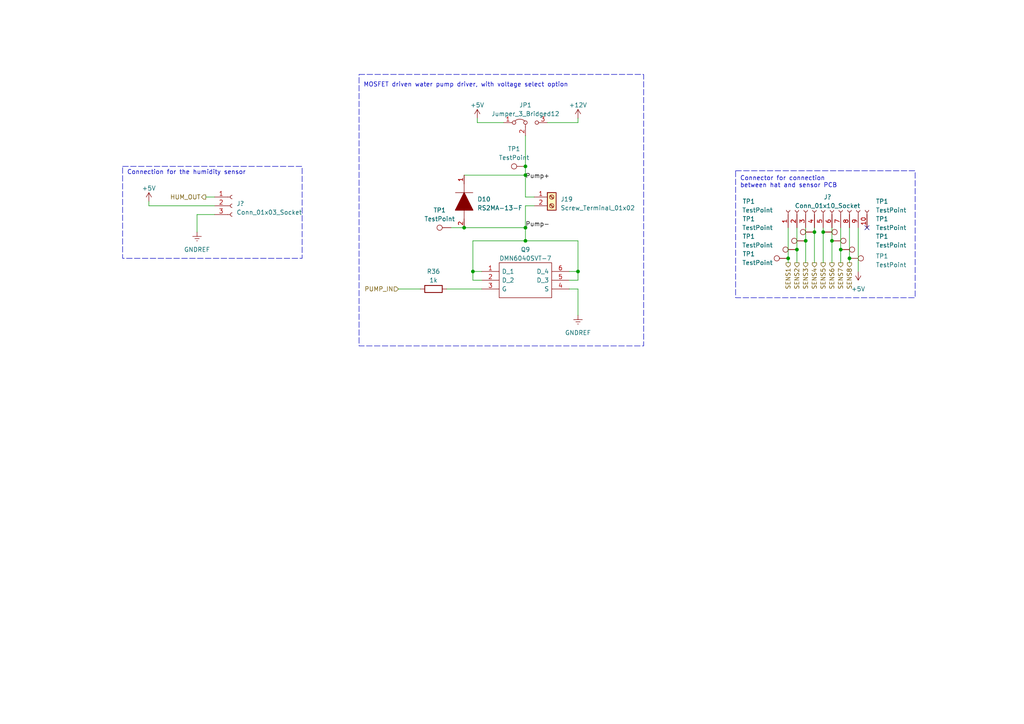
<source format=kicad_sch>
(kicad_sch (version 20230121) (generator eeschema)
  (paper "A4")
  (title_block (title "Greenhouse project FRDM-KL25Z hat") (date "16-03-2023") (rev "v4.0") (company "OnlyPlants") (comment 1 "Author: Emiel Visser"))
  (lib_symbols
    (symbol "Connector:Conn_01x03_Socket" (pin_names (offset 1.016) hide)
      (property "Reference" "J" (at 0 5.08 0))
      (property "Value" "Conn_01x03_Socket" (at 0 -5.08 0))
      (symbol "Conn_01x03_Socket_1_1"
        (arc (start 0 -2.032) (mid -0.5058 -2.54) (end 0 -3.048) (stroke (width 0.1524)))
        (polyline (pts (xy -1.27 -2.54) (xy -0.508 -2.54)) (stroke (width 0.1524)))
        (polyline (pts (xy -1.27 0) (xy -0.508 0)) (stroke (width 0.1524)))
        (polyline (pts (xy -1.27 2.54) (xy -0.508 2.54)) (stroke (width 0.1524)))
        (arc (start 0 0.508) (mid -0.5058 0) (end 0 -0.508) (stroke (width 0.1524)))
        (arc (start 0 3.048) (mid -0.5058 2.54) (end 0 2.032) (stroke (width 0.1524)))
        (pin passive line (at -5.08 2.54 0) (length 3.81) (name "Pin_1") (number "1"))
        (pin passive line (at -5.08 0 0) (length 3.81) (name "Pin_2") (number "2"))
        (pin passive line (at -5.08 -2.54 0) (length 3.81) (name "Pin_3") (number "3"))
      )
    )
    (symbol "Connector:Conn_01x10_Socket" (pin_names (offset 1.016) hide)
      (property "Reference" "J" (at 0 12.7 0))
      (property "Value" "Conn_01x10_Socket" (at 0 -15.24 0))
      (symbol "Conn_01x10_Socket_1_1"
        (arc (start 0 -12.192) (mid -0.5058 -12.7) (end 0 -13.208) (stroke (width 0.1524)))
        (arc (start 0 -9.652) (mid -0.5058 -10.16) (end 0 -10.668) (stroke (width 0.1524)))
        (arc (start 0 -7.112) (mid -0.5058 -7.62) (end 0 -8.128) (stroke (width 0.1524)))
        (arc (start 0 -4.572) (mid -0.5058 -5.08) (end 0 -5.588) (stroke (width 0.1524)))
        (arc (start 0 -2.032) (mid -0.5058 -2.54) (end 0 -3.048) (stroke (width 0.1524)))
        (polyline (pts (xy -1.27 -12.7) (xy -0.508 -12.7)) (stroke (width 0.1524)))
        (polyline (pts (xy -1.27 -10.16) (xy -0.508 -10.16)) (stroke (width 0.1524)))
        (polyline (pts (xy -1.27 -7.62) (xy -0.508 -7.62)) (stroke (width 0.1524)))
        (polyline (pts (xy -1.27 -5.08) (xy -0.508 -5.08)) (stroke (width 0.1524)))
        (polyline (pts (xy -1.27 -2.54) (xy -0.508 -2.54)) (stroke (width 0.1524)))
        (polyline (pts (xy -1.27 0) (xy -0.508 0)) (stroke (width 0.1524)))
        (polyline (pts (xy -1.27 2.54) (xy -0.508 2.54)) (stroke (width 0.1524)))
        (polyline (pts (xy -1.27 5.08) (xy -0.508 5.08)) (stroke (width 0.1524)))
        (polyline (pts (xy -1.27 7.62) (xy -0.508 7.62)) (stroke (width 0.1524)))
        (polyline (pts (xy -1.27 10.16) (xy -0.508 10.16)) (stroke (width 0.1524)))
        (arc (start 0 0.508) (mid -0.5058 0) (end 0 -0.508) (stroke (width 0.1524)))
        (arc (start 0 3.048) (mid -0.5058 2.54) (end 0 2.032) (stroke (width 0.1524)))
        (arc (start 0 5.588) (mid -0.5058 5.08) (end 0 4.572) (stroke (width 0.1524)))
        (arc (start 0 8.128) (mid -0.5058 7.62) (end 0 7.112) (stroke (width 0.1524)))
        (arc (start 0 10.668) (mid -0.5058 10.16) (end 0 9.652) (stroke (width 0.1524)))
        (pin passive line (at -5.08 10.16 0) (length 3.81) (name "Pin_1") (number "1"))
        (pin passive line (at -5.08 -12.7 0) (length 3.81) (name "Pin_10") (number "10"))
        (pin passive line (at -5.08 7.62 0) (length 3.81) (name "Pin_2") (number "2"))
        (pin passive line (at -5.08 5.08 0) (length 3.81) (name "Pin_3") (number "3"))
        (pin passive line (at -5.08 2.54 0) (length 3.81) (name "Pin_4") (number "4"))
        (pin passive line (at -5.08 0 0) (length 3.81) (name "Pin_5") (number "5"))
        (pin passive line (at -5.08 -2.54 0) (length 3.81) (name "Pin_6") (number "6"))
        (pin passive line (at -5.08 -5.08 0) (length 3.81) (name "Pin_7") (number "7"))
        (pin passive line (at -5.08 -7.62 0) (length 3.81) (name "Pin_8") (number "8"))
        (pin passive line (at -5.08 -10.16 0) (length 3.81) (name "Pin_9") (number "9"))
      )
    )
    (symbol "Connector:Screw_Terminal_01x02" (pin_names (offset 1.016) hide)
      (property "Reference" "J" (at 0 2.54 0))
      (property "Value" "Screw_Terminal_01x02" (at 0 -5.08 0))
      (symbol "Screw_Terminal_01x02_1_1"
        (rectangle (start -1.27 1.27) (end 1.27 -3.81) (stroke (width 0.254)) (fill (type background)))
        (circle (center 0 -2.54) (radius 0.635) (stroke (width 0.1524)))
        (polyline (pts (xy -0.5334 -2.2098) (xy 0.3302 -3.048)) (stroke (width 0.1524)))
        (polyline (pts (xy -0.5334 0.3302) (xy 0.3302 -0.508)) (stroke (width 0.1524)))
        (polyline (pts (xy -0.3556 -2.032) (xy 0.508 -2.8702)) (stroke (width 0.1524)))
        (polyline (pts (xy -0.3556 0.508) (xy 0.508 -0.3302)) (stroke (width 0.1524)))
        (circle (center 0 0) (radius 0.635) (stroke (width 0.1524)))
        (pin passive line (at -5.08 0 0) (length 3.81) (name "Pin_1") (number "1"))
        (pin passive line (at -5.08 -2.54 0) (length 3.81) (name "Pin_2") (number "2"))
      )
    )
    (symbol "Connector:TestPoint" (pin_numbers hide) (pin_names (offset 0.762) hide)
      (property "Reference" "TP" (at 0 6.858 0))
      (property "Value" "TestPoint" (at 0 5.08 0))
      (symbol "TestPoint_0_1"
        (circle (center 0 3.302) (radius 0.762))
      )
      (symbol "TestPoint_1_1"
        (pin passive line (at 0 0 90) (length 2.54) (name "1") (number "1"))
      )
    )
    (symbol "Device:R" (pin_numbers hide) (pin_names (offset 0))
      (property "Reference" "R" (at 2.032 0 90))
      (property "Value" "R" (at 0 0 90))
      (symbol "R_0_1"
        (rectangle (start -1.016 -2.54) (end 1.016 2.54) (stroke (width 0.254)))
      )
      (symbol "R_1_1"
        (pin passive line (at 0 3.81 270) (length 1.27) (name "~") (number "1"))
        (pin passive line (at 0 -3.81 90) (length 1.27) (name "~") (number "2"))
      )
    )
    (symbol "Jumper:Jumper_3_Bridged12" (pin_names (offset 0) hide)
      (property "Reference" "JP" (at -2.54 -2.54 0))
      (property "Value" "Jumper_3_Bridged12" (at 0 2.794 0))
      (symbol "Jumper_3_Bridged12_0_0"
        (circle (center -3.302 0) (radius 0.508))
        (circle (center 0 0) (radius 0.508))
        (circle (center 3.302 0) (radius 0.508))
      )
      (symbol "Jumper_3_Bridged12_0_1"
        (arc (start -0.254 0.508) (mid -1.651 0.9912) (end -3.048 0.508))
        (polyline (pts (xy 0 -1.27) (xy 0 -0.508)))
      )
      (symbol "Jumper_3_Bridged12_1_1"
        (pin passive line (at -6.35 0 0) (length 2.54) (name "A") (number "1"))
        (pin passive line (at 0 -3.81 90) (length 2.54) (name "C") (number "2"))
        (pin passive line (at 6.35 0 180) (length 2.54) (name "B") (number "3"))
      )
    )
    (symbol "SamacSys_Parts:DMN6040SVT-7" (pin_names (offset 0.762))
      (property "Reference" "Q" (at 21.59 7.62 0))
      (property "Value" "DMN6040SVT-7" (at 21.59 5.08 0))
      (symbol "DMN6040SVT-7_0_0"
        (pin passive line (at 0 0 0) (length 5.08) (name "D_1") (number "1"))
        (pin passive line (at 0 -2.54 0) (length 5.08) (name "D_2") (number "2"))
        (pin passive line (at 0 -5.08 0) (length 5.08) (name "G") (number "3"))
        (pin passive line (at 25.4 -5.08 180) (length 5.08) (name "S") (number "4"))
        (pin passive line (at 25.4 -2.54 180) (length 5.08) (name "D_3") (number "5"))
        (pin passive line (at 25.4 0 180) (length 5.08) (name "D_4") (number "6"))
      )
      (symbol "DMN6040SVT-7_0_1"
        (polyline (pts (xy 5.08 2.54) (xy 20.32 2.54) (xy 20.32 -7.62) (xy 5.08 -7.62) (xy 5.08 2.54)) (stroke (width 0.1524)))
      )
    )
    (symbol "SamacSys_Parts:RS2MA-13-F" (pin_names (offset 0.762))
      (property "Reference" "D" (at 11.43 5.08 0))
      (property "Value" "RS2MA-13-F" (at 11.43 2.54 0))
      (symbol "RS2MA-13-F_0_0"
        (pin passive line (at 0 0 0) (length 2.54) (name "~") (number "1"))
        (pin passive line (at 15.24 0 180) (length 2.54) (name "~") (number "2"))
      )
      (symbol "RS2MA-13-F_0_1"
        (polyline (pts (xy 2.54 0) (xy 5.08 0)) (stroke (width 0.1524)))
        (polyline (pts (xy 5.08 2.54) (xy 5.08 -2.54)) (stroke (width 0.1524)))
        (polyline (pts (xy 10.16 0) (xy 12.7 0)) (stroke (width 0.1524)))
        (polyline (pts (xy 5.08 0) (xy 10.16 2.54) (xy 10.16 -2.54) (xy 5.08 0)) (stroke (width 0.254)) (fill (type outline)))
      )
    )
    (symbol "power:+12V" (power) (pin_names (offset 0))
      (property "Value" "+12V" (at 0 3.556 0))
      (symbol "+12V_0_1"
        (polyline (pts (xy -0.762 1.27) (xy 0 2.54)))
        (polyline (pts (xy 0 0) (xy 0 2.54)))
        (polyline (pts (xy 0 2.54) (xy 0.762 1.27)))
      )
      (symbol "+12V_1_1"
        (pin power_in line (at 0 0 90) (length 0) hide (name "+12V") (number "1"))
      )
    )
    (symbol "power:+5V" (power) (pin_names (offset 0))
      (property "Value" "+5V" (at 0 3.556 0))
      (symbol "+5V_0_1"
        (polyline (pts (xy -0.762 1.27) (xy 0 2.54)))
        (polyline (pts (xy 0 0) (xy 0 2.54)))
        (polyline (pts (xy 0 2.54) (xy 0.762 1.27)))
      )
      (symbol "+5V_1_1"
        (pin power_in line (at 0 0 90) (length 0) hide (name "+5V") (number "1"))
      )
    )
    (symbol "power:GNDREF" (power) (pin_names (offset 0))
      (property "Value" "GNDREF" (at 0 -3.81 0))
      (symbol "GNDREF_0_1"
        (polyline (pts (xy -0.635 -1.905) (xy 0.635 -1.905)))
        (polyline (pts (xy -0.127 -2.54) (xy 0.127 -2.54)))
        (polyline (pts (xy 0 -1.27) (xy 0 0)))
        (polyline (pts (xy 1.27 -1.27) (xy -1.27 -1.27)))
      )
      (symbol "GNDREF_1_1"
        (pin power_in line (at 0 0 270) (length 0) hide (name "GNDREF") (number "1"))
      )
    )
  )
  (junction (at 238.76 67.31))
  (junction (at 152.4 69.85))
  (junction (at 152.4 50.8))
  (junction (at 152.4 48.26))
  (junction (at 233.68 69.85))
  (junction (at 246.38 74.93))
  (junction (at 134.62 66.04))
  (junction (at 241.3 69.85))
  (junction (at 228.6 74.93))
  (junction (at 231.14 72.39))
  (junction (at 243.84 72.39))
  (junction (at 137.16 78.74))
  (junction (at 167.64 78.74))
  (junction (at 152.4 66.04))
  (junction (at 236.22 67.31))
  (no_connect (at 251.46 66.04))
  (wire (pts (xy 152.4 59.69) (xy 154.94 59.69)))
  (wire (pts (xy 167.64 83.82) (xy 165.1 83.82)))
  (wire (pts (xy 248.92 66.04) (xy 248.92 78.74)))
  (wire (pts (xy 241.3 66.04) (xy 241.3 69.85)))
  (wire (pts (xy 233.68 69.85) (xy 233.68 76.2)))
  (wire (pts (xy 137.16 78.74) (xy 139.7 78.74)))
  (wire (pts (xy 57.15 67.31) (xy 57.15 62.23)))
  (wire (pts (xy 138.43 35.56) (xy 146.05 35.56)))
  (wire (pts (xy 167.64 78.74) (xy 165.1 78.74)))
  (wire (pts (xy 134.62 50.8) (xy 152.4 50.8)))
  (wire (pts (xy 236.22 67.31) (xy 236.22 76.2)))
  (wire (pts (xy 246.38 74.93) (xy 246.38 76.2)))
  (wire (pts (xy 152.4 57.15) (xy 154.94 57.15)))
  (wire (pts (xy 152.4 48.26) (xy 152.4 50.8)))
  (wire (pts (xy 167.64 69.85) (xy 152.4 69.85)))
  (wire (pts (xy 139.7 81.28) (xy 137.16 81.28)))
  (wire (pts (xy 228.6 74.93) (xy 228.6 76.2)))
  (wire (pts (xy 152.4 69.85) (xy 137.16 69.85)))
  (wire (pts (xy 129.54 83.82) (xy 139.7 83.82)))
  (wire (pts (xy 137.16 69.85) (xy 137.16 78.74)))
  (wire (pts (xy 228.6 66.04) (xy 228.6 74.93)))
  (wire (pts (xy 167.64 34.29) (xy 167.64 35.56)))
  (wire (pts (xy 243.84 66.04) (xy 243.84 72.39)))
  (wire (pts (xy 130.81 66.04) (xy 134.62 66.04)))
  (wire (pts (xy 134.62 66.04) (xy 152.4 66.04)))
  (wire (pts (xy 158.75 35.56) (xy 167.64 35.56)))
  (wire (pts (xy 152.4 59.69) (xy 152.4 66.04)))
  (wire (pts (xy 241.3 69.85) (xy 241.3 76.2)))
  (wire (pts (xy 167.64 78.74) (xy 167.64 69.85)))
  (wire (pts (xy 165.1 81.28) (xy 167.64 81.28)))
  (wire (pts (xy 238.76 67.31) (xy 238.76 76.2)))
  (wire (pts (xy 167.64 81.28) (xy 167.64 78.74)))
  (wire (pts (xy 152.4 39.37) (xy 152.4 48.26)))
  (wire (pts (xy 238.76 66.04) (xy 238.76 67.31)))
  (wire (pts (xy 138.43 34.29) (xy 138.43 35.56)))
  (wire (pts (xy 231.14 66.04) (xy 231.14 72.39)))
  (wire (pts (xy 152.4 50.8) (xy 152.4 57.15)))
  (wire (pts (xy 137.16 81.28) (xy 137.16 78.74)))
  (wire (pts (xy 43.18 58.42) (xy 43.18 59.69)))
  (wire (pts (xy 43.18 59.69) (xy 62.23 59.69)))
  (wire (pts (xy 167.64 91.44) (xy 167.64 83.82)))
  (wire (pts (xy 152.4 66.04) (xy 152.4 69.85)))
  (wire (pts (xy 57.15 62.23) (xy 62.23 62.23)))
  (wire (pts (xy 233.68 66.04) (xy 233.68 69.85)))
  (wire (pts (xy 243.84 72.39) (xy 243.84 76.2)))
  (wire (pts (xy 59.69 57.15) (xy 62.23 57.15)))
  (wire (pts (xy 246.38 66.04) (xy 246.38 74.93)))
  (wire (pts (xy 236.22 66.04) (xy 236.22 67.31)))
  (wire (pts (xy 231.14 72.39) (xy 231.14 76.2)))
  (wire (pts (xy 115.57 83.82) (xy 121.92 83.82)))
  (rectangle (start 104.14 21.59) (end 186.69 100.33) (stroke (width 0) (type dash)))
  (rectangle (start 35.56 48.26) (end 87.63 74.93) (stroke (width 0) (type dash)))
  (rectangle (start 213.36 49.53) (end 265.43 86.36) (stroke (width 0) (type dash)))
  (text "MOSFET driven water pump driver, with voltage select option" (at 105.41 25.4 0) (effects (font (size 1.27 1.27)) (justify left bottom)))
  (text "Connection for the humidity sensor" (at 36.83 50.8 0) (effects (font (size 1.27 1.27)) (justify left bottom)))
  (text "Connector for connection\nbetween hat and sensor PCB" (at 214.63 54.61 0) (effects (font (size 1.27 1.27)) (justify left bottom)))
  (label "Pump+" (at 152.4 52.07 0))
  (label "Pump-" (at 152.4 66.04 0))
  (hierarchical_label "SENS1" (shape output) (at 228.6 76.2 270))
  (hierarchical_label "SENS5" (shape output) (at 238.76 76.2 270))
  (hierarchical_label "SENS3" (shape output) (at 233.68 76.2 270))
  (hierarchical_label "PUMP_IN" (shape input) (at 115.57 83.82 180))
  (hierarchical_label "SENS8" (shape output) (at 246.38 76.2 270))
  (hierarchical_label "HUM_OUT" (shape output) (at 59.69 57.15 180))
  (hierarchical_label "SENS4" (shape output) (at 236.22 76.2 270))
  (hierarchical_label "SENS6" (shape output) (at 241.3 76.2 270))
  (hierarchical_label "SENS7" (shape output) (at 243.84 76.2 270))
  (hierarchical_label "SENS2" (shape output) (at 231.14 76.2 270))
  (symbol (lib_id "Connector:TestPoint") (at 238.76 67.31 270) (unit 1)
    (property "Reference" "TP1" (at 254 58.42 90) (effects (justify left)))
    (property "Value" "TestPoint" (at 254 60.96 90) (effects (justify left)))
    (property "Footprint" "TestPoint:TestPoint_Pad_D2.0mm" (effects hide))
    (instances (project "greenhouse_project_hat" (path "" (reference "TP1") (unit 1)) (path "" (reference "TP24") (unit 1)) (path "" (reference "TP30") (unit 1))))
  )
  (symbol (lib_id "Connector:TestPoint") (at 233.68 69.85 90) (unit 1)
    (property "Reference" "TP1" (at 217.17 63.5 90))
    (property "Value" "TestPoint" (at 219.71 66.04 90))
    (property "Footprint" "TestPoint:TestPoint_Pad_D2.0mm" (effects hide))
    (instances (project "greenhouse_project_hat" (path "" (reference "TP1") (unit 1)) (path "" (reference "TP24") (unit 1)) (path "" (reference "TP28") (unit 1))))
  )
  (symbol (lib_id "Connector:Conn_01x10_Socket") (at 238.76 60.96 90) (unit 1)
    (property "Reference" "J?" (at 240.03 57.15 90))
    (property "Value" "Conn_01x10_Socket" (at 240.03 59.69 90))
    (property "Footprint" "Connector_IDC:IDC-Header_2x05_P2.54mm_Vertical" (effects hide))
    (instances (project "greenhouse_project_screen" (path "" (reference "J?") (unit 1))) (project "greenhouse_project_hat" (path "" (reference "J2") (unit 1)) (path "" (reference "J20") (unit 1))))
  )
  (symbol (lib_id "Connector:TestPoint") (at 246.38 74.93 270) (unit 1)
    (property "Reference" "TP1" (at 254 74.295 90) (effects (justify left)))
    (property "Value" "TestPoint" (at 254 76.835 90) (effects (justify left)))
    (property "Footprint" "TestPoint:TestPoint_Pad_D2.0mm" (effects hide))
    (instances (project "greenhouse_project_hat" (path "" (reference "TP1") (unit 1)) (path "" (reference "TP24") (unit 1)) (path "" (reference "TP33") (unit 1))))
  )
  (symbol (lib_id "Device:R") (at 125.73 83.82 90) (unit 1)
    (property "Reference" "R36" (at 125.73 78.74 90))
    (property "Value" "1k" (at 125.73 81.28 90))
    (property "Footprint" "Resistor_SMD:R_1206_3216Metric_Pad1.30x1.75mm_HandSolder" (effects hide))
    (instances (project "greenhouse_project_hat" (path "" (reference "R36") (unit 1)) (path "" (reference "R21") (unit 1))))
  )
  (symbol (lib_id "power:GNDREF") (at 57.15 67.31 0) (unit 1)
    (property "Reference" "#PWR?" (effects hide))
    (property "Value" "GNDREF" (at 57.15 72.39 0))
    (instances (project "greenhouse_project_hat" (path "" (reference "#PWR?") (unit 1)) (path "" (reference "#PWR072") (unit 1))))
  )
  (symbol (lib_id "power:+5V") (at 138.43 34.29 0) (unit 1)
    (property "Reference" "#PWR073" (effects hide))
    (property "Value" "+5V" (at 138.43 30.48 0))
    (instances (project "greenhouse_project_hat" (path "" (reference "#PWR073") (unit 1)) (path "" (reference "#PWR050") (unit 1))))
  )
  (symbol (lib_id "Connector:TestPoint") (at 243.84 72.39 270) (unit 1)
    (property "Reference" "TP1" (at 254 68.58 90) (effects (justify left)))
    (property "Value" "TestPoint" (at 254 71.12 90) (effects (justify left)))
    (property "Footprint" "TestPoint:TestPoint_Pad_D2.0mm" (effects hide))
    (instances (project "greenhouse_project_hat" (path "" (reference "TP1") (unit 1)) (path "" (reference "TP24") (unit 1)) (path "" (reference "TP32") (unit 1))))
  )
  (symbol (lib_id "Connector:Conn_01x03_Socket") (at 67.31 59.69 0) (unit 1)
    (property "Reference" "J?" (at 68.58 59.055 0) (effects (justify left)))
    (property "Value" "Conn_01x03_Socket" (at 68.58 61.595 0) (effects (justify left)))
    (property "Footprint" "Connector_JST:JST_PH_B3B-PH-K_1x03_P2.00mm_Vertical" (effects hide))
    (instances (project "greenhouse_project_hat" (path "" (reference "J?") (unit 1)) (path "" (reference "J18") (unit 1))))
  )
  (symbol (lib_id "Connector:TestPoint") (at 130.81 66.04 90) (unit 1)
    (property "Reference" "TP1" (at 127.508 60.96 90))
    (property "Value" "TestPoint" (at 127.508 63.5 90))
    (property "Footprint" "TestPoint:TestPoint_Pad_D2.0mm" (effects hide))
    (instances (project "greenhouse_project_hat" (path "" (reference "TP1") (unit 1)) (path "" (reference "TP9") (unit 1)) (path "" (reference "TP24") (unit 1))))
  )
  (symbol (lib_id "Jumper:Jumper_3_Bridged12") (at 152.4 35.56 0) (unit 1)
    (property "Reference" "JP1" (at 152.4 30.48 0))
    (property "Value" "Jumper_3_Bridged12" (at 152.4 33.02 0))
    (property "Footprint" "Jumper:SolderJumper-3_P1.3mm_Bridged2Bar12_RoundedPad1.0x1.5mm_NumberLabels" (effects hide))
    (instances (project "greenhouse_project_hat" (path "" (reference "JP1") (unit 1)) (path "" (reference "JP3") (unit 1))))
  )
  (symbol (lib_id "power:+5V") (at 43.18 58.42 0) (unit 1)
    (property "Reference" "#PWR071" (effects hide))
    (property "Value" "+5V" (at 43.18 54.61 0))
  )
  (symbol (lib_id "SamacSys_Parts:RS2MA-13-F") (at 134.62 50.8 270) (unit 1)
    (property "Reference" "D10" (at 138.43 57.785 90) (effects (justify left)))
    (property "Value" "RS2MA-13-F" (at 138.43 60.325 90) (effects (justify left)))
    (property "Footprint" "DIOM5226X230N" (effects hide))
    (property "Datasheet" "https://www.diodes.com/assets/Datasheets/ds15004.pdf" (effects hide))
    (property "Description" "Diodes Inc RS2MA-13-F Switching Diode, 1.5A 1000V, 2-Pin SMA" (effects hide))
    (property "Height" "2.3" (effects hide))
    (property "Manufacturer_Name" "Diodes Inc." (effects hide))
    (property "Manufacturer_Part_Number" "RS2MA-13-F" (effects hide))
    (property "Mouser Part Number" "621-RS2MA-13-F" (effects hide))
    (property "Mouser Price/Stock" "https://www.mouser.co.uk/ProductDetail/Diodes-Incorporated/RS2MA-13-F?qs=sxN%252BoM2fis%2FA920t3uihag%3D%3D" (effects hide))
    (property "Arrow Part Number" "RS2MA-13-F" (effects hide))
    (property "Arrow Price/Stock" "https://www.arrow.com/en/products/rs2ma-13-f/diodes-incorporated" (effects hide))
  )
  (symbol (lib_id "Connector:TestPoint") (at 231.14 72.39 90) (unit 1)
    (property "Reference" "TP1" (at 217.17 68.58 90))
    (property "Value" "TestPoint" (at 219.71 71.12 90))
    (property "Footprint" "TestPoint:TestPoint_Pad_D2.0mm" (effects hide))
    (instances (project "greenhouse_project_hat" (path "" (reference "TP1") (unit 1)) (path "" (reference "TP24") (unit 1)) (path "" (reference "TP27") (unit 1))))
  )
  (symbol (lib_id "power:+12V") (at 167.64 34.29 0) (unit 1)
    (property "Reference" "#PWR074" (effects hide))
    (property "Value" "+12V" (at 167.64 30.48 0))
    (instances (project "greenhouse_project_hat" (path "" (reference "#PWR074") (unit 1)) (path "" (reference "#PWR054") (unit 1))))
  )
  (symbol (lib_id "SamacSys_Parts:DMN6040SVT-7") (at 139.7 78.74 0) (unit 1)
    (property "Reference" "Q9" (at 152.4 72.39 0))
    (property "Value" "DMN6040SVT-7" (at 152.4 74.93 0))
    (property "Footprint" "SOT95P280X90-6N" (effects hide))
    (property "Datasheet" "https://www.diodes.com/assets/Datasheets/DMN6040SVT.pdf" (effects hide))
    (property "Description" "MOSFET,N Channel,Trans,60V 5A TSOT26-6 Diodes Inc DMN6040SVT-7 N-channel MOSFET Transistor, 5 A, 60 V, 6-Pin TSOT26" (effects hide))
    (property "Height" "0.9" (effects hide))
    (property "Manufacturer_Name" "Diodes Inc." (effects hide))
    (property "Manufacturer_Part_Number" "DMN6040SVT-7" (effects hide))
    (property "Mouser Part Number" "621-DMN6040SVT-7" (effects hide))
    (property "Mouser Price/Stock" "https://www.mouser.co.uk/ProductDetail/Diodes-Incorporated/DMN6040SVT-7?qs=gfe7vQ8txpWi4ffHIs6gqA%3D%3D" (effects hide))
    (property "Arrow Part Number" "DMN6040SVT-7" (effects hide))
    (property "Arrow Price/Stock" "https://www.arrow.com/en/products/dmn6040svt-7/diodes-incorporated?region=nac" (effects hide))
    (instances (project "greenhouse_project_hat" (path "" (reference "Q9") (unit 1)) (path "" (reference "Q8") (unit 1))))
  )
  (symbol (lib_id "power:+5V") (at 248.92 78.74 180) (unit 1)
    (property "Reference" "#PWR076" (effects hide))
    (property "Value" "+5V" (at 248.92 83.82 0))
  )
  (symbol (lib_id "Connector:TestPoint") (at 236.22 67.31 90) (unit 1)
    (property "Reference" "TP1" (at 217.17 58.42 90))
    (property "Value" "TestPoint" (at 219.71 60.96 90))
    (property "Footprint" "TestPoint:TestPoint_Pad_D2.0mm" (effects hide))
    (instances (project "greenhouse_project_hat" (path "" (reference "TP1") (unit 1)) (path "" (reference "TP24") (unit 1)) (path "" (reference "TP29") (unit 1))))
  )
  (symbol (lib_id "Connector:TestPoint") (at 152.4 48.26 90) (unit 1)
    (property "Reference" "TP1" (at 149.098 43.18 90))
    (property "Value" "TestPoint" (at 149.098 45.72 90))
    (property "Footprint" "TestPoint:TestPoint_Pad_D2.0mm" (effects hide))
    (instances (project "greenhouse_project_hat" (path "" (reference "TP1") (unit 1)) (path "" (reference "TP9") (unit 1)) (path "" (reference "TP25") (unit 1))))
  )
  (symbol (lib_id "power:GNDREF") (at 167.64 91.44 0) (unit 1)
    (property "Reference" "#PWR075" (effects hide))
    (property "Value" "GNDREF" (at 167.64 96.52 0))
    (instances (project "greenhouse_project_hat" (path "" (reference "#PWR075") (unit 1)) (path "" (reference "#PWR052") (unit 1))))
  )
  (symbol (lib_id "Connector:Screw_Terminal_01x02") (at 160.02 57.15 0) (unit 1)
    (property "Reference" "J19" (at 162.56 57.785 0) (effects (justify left)))
    (property "Value" "Screw_Terminal_01x02" (at 162.56 60.325 0) (effects (justify left)))
    (property "Footprint" "TerminalBlock:TerminalBlock_bornier-2_P5.08mm" (effects hide))
  )
  (symbol (lib_id "Connector:TestPoint") (at 228.6 74.93 90) (unit 1)
    (property "Reference" "TP1" (at 217.17 73.66 90))
    (property "Value" "TestPoint" (at 219.71 76.2 90))
    (property "Footprint" "TestPoint:TestPoint_Pad_D2.0mm" (effects hide))
    (instances (project "greenhouse_project_hat" (path "" (reference "TP1") (unit 1)) (path "" (reference "TP24") (unit 1)) (path "" (reference "TP26") (unit 1))))
  )
  (symbol (lib_id "Connector:TestPoint") (at 241.3 69.85 270) (unit 1)
    (property "Reference" "TP1" (at 254 63.5 90) (effects (justify left)))
    (property "Value" "TestPoint" (at 254 66.04 90) (effects (justify left)))
    (property "Footprint" "TestPoint:TestPoint_Pad_D2.0mm" (effects hide))
    (instances (project "greenhouse_project_hat" (path "" (reference "TP1") (unit 1)) (path "" (reference "TP24") (unit 1)) (path "" (reference "TP31") (unit 1))))
  )
)
</source>
